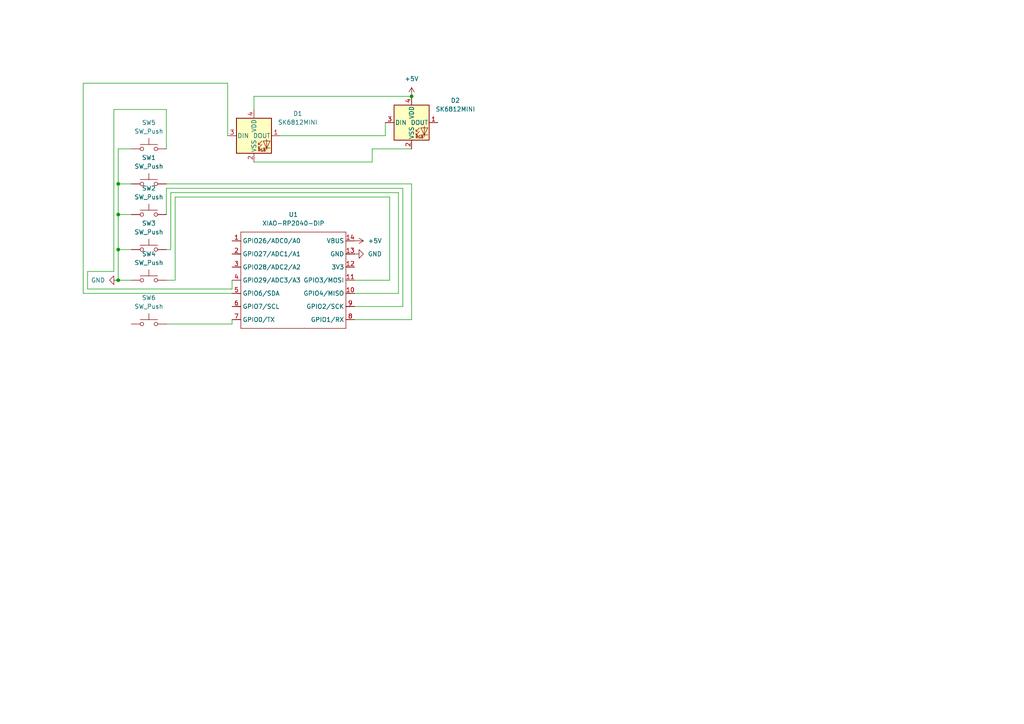
<source format=kicad_sch>
(kicad_sch (version 20250114) (generator "eeschema") (generator_version "9.0")
  (paper "A4")
  (lib_symbols
    (symbol "LED:SK6812MINI" (pin_names (offset 0.254))
      (property "Reference" "D" (at 5.08 5.715 0))
      (property "Value" "SK6812MINI" (at 1.27 -5.715 0))
      (symbol "SK6812MINI_0_0"
        (text "RGB" (at 2.286 -4.191 0) (effects (font (size 0.762 0.762))))
      )
      (symbol "SK6812MINI_0_1"
        (polyline (pts (xy 1.27 -2.54) (xy 1.778 -2.54)))
        (polyline (pts (xy 1.27 -3.556) (xy 1.778 -3.556)))
        (polyline (pts (xy 2.286 -1.524) (xy 1.27 -2.54) (xy 1.27 -2.032)))
        (polyline (pts (xy 2.286 -2.54) (xy 1.27 -3.556) (xy 1.27 -3.048)))
        (polyline (pts (xy 3.683 -1.016) (xy 3.683 -3.556) (xy 3.683 -4.064)))
        (polyline (pts (xy 4.699 -1.524) (xy 2.667 -1.524) (xy 3.683 -3.556) (xy 4.699 -1.524)))
        (polyline (pts (xy 4.699 -3.556) (xy 2.667 -3.556)))
        (rectangle (start 5.08 5.08) (end -5.08 -5.08) (stroke (width 0.254)) (fill (type background)))
      )
      (symbol "SK6812MINI_1_1"
        (pin input line (at -7.62 0 0) (length 2.54) (name "DIN") (number "3"))
        (pin power_in line (at 0 7.62 270) (length 2.54) (name "VDD") (number "4"))
        (pin power_in line (at 0 -7.62 90) (length 2.54) (name "VSS") (number "2"))
        (pin output line (at 7.62 0 180) (length 2.54) (name "DOUT") (number "1"))
      )
    )
    (symbol "Switch:SW_Push" (pin_numbers (hide yes)) (pin_names (offset 1.016) (hide yes))
      (property "Reference" "SW" (at 1.27 2.54 0))
      (property "Value" "SW_Push" (at 0 -1.524 0))
      (symbol "SW_Push_0_1"
        (circle (center -2.032 0) (radius 0.508))
        (polyline (pts (xy 0 1.27) (xy 0 3.048)))
        (circle (center 2.032 0) (radius 0.508))
        (polyline (pts (xy 2.54 1.27) (xy -2.54 1.27)))
        (pin passive line (at -5.08 0 0) (length 2.54) (name "1") (number "1"))
        (pin passive line (at 5.08 0 180) (length 2.54) (name "2") (number "2"))
      )
    )
    (symbol "first time:XIAO-RP2040-DIP"
      (property "Reference" "U" (at 0 0 0))
      (property "Value" "XIAO-RP2040-DIP" (at 5.334 -1.778 0))
      (symbol "XIAO-RP2040-DIP_1_0"
        (polyline (pts (xy -1.27 -2.54) (xy 29.21 -2.54)) (stroke (width 0.1524)))
        (polyline (pts (xy -1.27 -5.08) (xy -2.54 -5.08)) (stroke (width 0.1524)))
        (polyline (pts (xy -1.27 -5.08) (xy -1.27 -2.54)) (stroke (width 0.1524)))
        (polyline (pts (xy -1.27 -8.89) (xy -2.54 -8.89)) (stroke (width 0.1524)))
        (polyline (pts (xy -1.27 -8.89) (xy -1.27 -5.08)) (stroke (width 0.1524)))
        (polyline (pts (xy -1.27 -12.7) (xy -2.54 -12.7)) (stroke (width 0.1524)))
        (polyline (pts (xy -1.27 -12.7) (xy -1.27 -8.89)) (stroke (width 0.1524)))
        (polyline (pts (xy -1.27 -16.51) (xy -2.54 -16.51)) (stroke (width 0.1524)))
        (polyline (pts (xy -1.27 -16.51) (xy -1.27 -12.7)) (stroke (width 0.1524)))
        (polyline (pts (xy -1.27 -20.32) (xy -2.54 -20.32)) (stroke (width 0.1524)))
        (polyline (pts (xy -1.27 -24.13) (xy -2.54 -24.13)) (stroke (width 0.1524)))
        (polyline (pts (xy -1.27 -27.94) (xy -2.54 -27.94)) (stroke (width 0.1524)))
        (polyline (pts (xy -1.27 -30.48) (xy -1.27 -16.51)) (stroke (width 0.1524)))
        (polyline (pts (xy 29.21 -2.54) (xy 29.21 -5.08)) (stroke (width 0.1524)))
        (polyline (pts (xy 29.21 -5.08) (xy 29.21 -8.89)) (stroke (width 0.1524)))
        (polyline (pts (xy 29.21 -8.89) (xy 29.21 -12.7)) (stroke (width 0.1524)))
        (polyline (pts (xy 29.21 -12.7) (xy 29.21 -30.48)) (stroke (width 0.1524)))
        (polyline (pts (xy 29.21 -30.48) (xy -1.27 -30.48)) (stroke (width 0.1524)))
        (polyline (pts (xy 30.48 -5.08) (xy 29.21 -5.08)) (stroke (width 0.1524)))
        (polyline (pts (xy 30.48 -8.89) (xy 29.21 -8.89)) (stroke (width 0.1524)))
        (polyline (pts (xy 30.48 -12.7) (xy 29.21 -12.7)) (stroke (width 0.1524)))
        (polyline (pts (xy 30.48 -16.51) (xy 29.21 -16.51)) (stroke (width 0.1524)))
        (polyline (pts (xy 30.48 -20.32) (xy 29.21 -20.32)) (stroke (width 0.1524)))
        (polyline (pts (xy 30.48 -24.13) (xy 29.21 -24.13)) (stroke (width 0.1524)))
        (polyline (pts (xy 30.48 -27.94) (xy 29.21 -27.94)) (stroke (width 0.1524)))
        (pin passive line (at -3.81 -5.08 0) (length 2.54) (name "GPIO26/ADC0/A0") (number "1"))
        (pin passive line (at -3.81 -8.89 0) (length 2.54) (name "GPIO27/ADC1/A1") (number "2"))
        (pin passive line (at -3.81 -12.7 0) (length 2.54) (name "GPIO28/ADC2/A2") (number "3"))
        (pin passive line (at -3.81 -16.51 0) (length 2.54) (name "GPIO29/ADC3/A3") (number "4"))
        (pin passive line (at -3.81 -20.32 0) (length 2.54) (name "GPIO6/SDA") (number "5"))
        (pin passive line (at -3.81 -24.13 0) (length 2.54) (name "GPIO7/SCL") (number "6"))
        (pin passive line (at -3.81 -27.94 0) (length 2.54) (name "GPIO0/TX") (number "7"))
        (pin passive line (at 31.75 -5.08 180) (length 2.54) (name "VBUS") (number "14"))
        (pin passive line (at 31.75 -8.89 180) (length 2.54) (name "GND") (number "13"))
        (pin passive line (at 31.75 -12.7 180) (length 2.54) (name "3V3") (number "12"))
        (pin passive line (at 31.75 -16.51 180) (length 2.54) (name "GPIO3/MOSI") (number "11"))
        (pin passive line (at 31.75 -20.32 180) (length 2.54) (name "GPIO4/MISO") (number "10"))
        (pin passive line (at 31.75 -24.13 180) (length 2.54) (name "GPIO2/SCK") (number "9"))
        (pin passive line (at 31.75 -27.94 180) (length 2.54) (name "GPIO1/RX") (number "8"))
      )
    )
    (symbol "power:+5V" (power) (pin_numbers (hide yes)) (pin_names (offset 0) (hide yes))
      (property "Value" "+5V" (at 0 3.556 0))
      (symbol "+5V_0_1"
        (polyline (pts (xy -0.762 1.27) (xy 0 2.54)))
        (polyline (pts (xy 0 2.54) (xy 0.762 1.27)))
        (polyline (pts (xy 0 0) (xy 0 2.54)))
      )
      (symbol "+5V_1_1"
        (pin power_in line (at 0 0 90) (length 0) (name "~") (number "1"))
      )
    )
    (symbol "power:GND" (power) (pin_numbers (hide yes)) (pin_names (offset 0) (hide yes))
      (property "Value" "GND" (at 0 -3.81 0))
      (symbol "GND_0_1"
        (polyline (pts (xy 0 0) (xy 0 -1.27) (xy 1.27 -1.27) (xy 0 -2.54) (xy -1.27 -1.27) (xy 0 -1.27)))
      )
      (symbol "GND_1_1"
        (pin power_in line (at 0 0 270) (length 0) (name "~") (number "1"))
      )
    )
  )
  (junction (at 34.29 62.23))
  (junction (at 34.29 53.34))
  (junction (at 119.38 27.94))
  (junction (at 34.29 72.39))
  (junction (at 34.29 81.28))
  (wire (pts (xy 34.29 81.28) (xy 38.1 81.28)))
  (wire (pts (xy 48.26 43.18) (xy 48.26 31.75)))
  (wire (pts (xy 38.1 43.18) (xy 34.29 43.18)))
  (wire (pts (xy 34.29 72.39) (xy 38.1 72.39)))
  (wire (pts (xy 33.02 31.75) (xy 33.02 78.74)))
  (wire (pts (xy 25.4 83.82) (xy 67.31 83.82)))
  (wire (pts (xy 48.26 62.23) (xy 48.26 54.61)))
  (wire (pts (xy 102.87 85.09) (xy 115.57 85.09)))
  (wire (pts (xy 48.26 54.61) (xy 116.84 54.61)))
  (wire (pts (xy 107.95 43.18) (xy 119.38 43.18)))
  (wire (pts (xy 67.31 85.09) (xy 24.13 85.09)))
  (wire (pts (xy 107.95 46.99) (xy 107.95 43.18)))
  (wire (pts (xy 24.13 24.13) (xy 66.04 24.13)))
  (wire (pts (xy 50.8 57.15) (xy 113.03 57.15)))
  (wire (pts (xy 73.66 31.75) (xy 73.66 27.94)))
  (wire (pts (xy 119.38 92.71) (xy 102.87 92.71)))
  (wire (pts (xy 111.76 39.37) (xy 111.76 35.56)))
  (wire (pts (xy 102.87 81.28) (xy 113.03 81.28)))
  (wire (pts (xy 67.31 83.82) (xy 67.31 81.28)))
  (wire (pts (xy 102.87 88.9) (xy 116.84 88.9)))
  (wire (pts (xy 73.66 27.94) (xy 119.38 27.94)))
  (wire (pts (xy 25.4 78.74) (xy 25.4 83.82)))
  (wire (pts (xy 49.53 55.88) (xy 115.57 55.88)))
  (wire (pts (xy 66.04 24.13) (xy 66.04 39.37)))
  (wire (pts (xy 48.26 31.75) (xy 33.02 31.75)))
  (wire (pts (xy 49.53 72.39) (xy 49.53 55.88)))
  (wire (pts (xy 67.31 93.98) (xy 67.31 92.71)))
  (wire (pts (xy 34.29 43.18) (xy 34.29 53.34)))
  (wire (pts (xy 48.26 81.28) (xy 50.8 81.28)))
  (wire (pts (xy 113.03 57.15) (xy 113.03 81.28)))
  (wire (pts (xy 73.66 46.99) (xy 107.95 46.99)))
  (wire (pts (xy 81.28 39.37) (xy 111.76 39.37)))
  (wire (pts (xy 119.38 53.34) (xy 119.38 92.71)))
  (wire (pts (xy 24.13 85.09) (xy 24.13 24.13)))
  (wire (pts (xy 33.02 78.74) (xy 25.4 78.74)))
  (wire (pts (xy 34.29 62.23) (xy 38.1 62.23)))
  (wire (pts (xy 115.57 55.88) (xy 115.57 85.09)))
  (wire (pts (xy 38.1 53.34) (xy 34.29 53.34)))
  (wire (pts (xy 34.29 62.23) (xy 34.29 72.39)))
  (wire (pts (xy 116.84 54.61) (xy 116.84 88.9)))
  (wire (pts (xy 48.26 93.98) (xy 67.31 93.98)))
  (wire (pts (xy 34.29 72.39) (xy 34.29 81.28)))
  (wire (pts (xy 48.26 53.34) (xy 119.38 53.34)))
  (wire (pts (xy 34.29 53.34) (xy 34.29 62.23)))
  (wire (pts (xy 48.26 72.39) (xy 49.53 72.39)))
  (wire (pts (xy 50.8 81.28) (xy 50.8 57.15)))
  (symbol (lib_id "power:GND") (at 102.87 73.66 90) (unit 1)
    (property "Reference" "#PWR02" (effects (hide yes)))
    (property "Value" "GND" (at 106.68 73.6599 90) (effects (justify right)))
    (property "Description" "Power symbol creates a global label with name \"GND\" , ground" (effects (hide yes)))
  )
  (symbol (lib_id "power:GND") (at 34.29 81.28 270) (unit 1)
    (property "Reference" "#PWR01" (effects (hide yes)))
    (property "Value" "GND" (at 30.48 81.2799 90) (effects (justify right)))
    (property "Description" "Power symbol creates a global label with name \"GND\" , ground" (effects (hide yes)))
  )
  (symbol (lib_id "first time:XIAO-RP2040-DIP") (at 71.12 64.77 0) (unit 1)
    (property "Reference" "U1" (at 85.09 62.23 0))
    (property "Value" "XIAO-RP2040-DIP" (at 85.09 64.77 0))
    (property "Footprint" "first time:XIAO-RP2040-DIP" (effects (hide yes)))
  )
  (symbol (lib_id "Switch:SW_Push") (at 43.18 93.98 0) (unit 1)
    (property "Reference" "SW6" (at 43.18 86.36 0))
    (property "Value" "SW_Push" (at 43.18 88.9 0))
    (property "Footprint" "Button_Switch_Keyboard:SW_Cherry_MX_1.00u_PCB" (effects (hide yes)))
    (property "Description" "Push button switch, generic, two pins" (effects (hide yes)))
  )
  (symbol (lib_id "LED:SK6812MINI") (at 73.66 39.37 0) (unit 1)
    (property "Reference" "D1" (at 86.36 32.9498 0))
    (property "Value" "SK6812MINI" (at 86.36 35.4898 0))
    (property "Footprint" "LED_SMD:LED_SK6812MINI_PLCC4_3.5x3.5mm_P1.75mm" (effects (hide yes)))
    (property "Datasheet" "https://cdn-shop.adafruit.com/product-files/2686/SK6812MINI_REV.01-1-2.pdf" (effects (hide yes)))
    (property "Description" "RGB LED with integrated controller" (effects (hide yes)))
  )
  (symbol (lib_id "power:+5V") (at 102.87 69.85 270) (unit 1)
    (property "Reference" "#PWR03" (effects (hide yes)))
    (property "Value" "+5V" (at 106.68 69.8499 90) (effects (justify left)))
    (property "Description" "Power symbol creates a global label with name \"+5V\"" (effects (hide yes)))
  )
  (symbol (lib_id "LED:SK6812MINI") (at 119.38 35.56 0) (unit 1)
    (property "Reference" "D2" (at 132.08 29.1398 0))
    (property "Value" "SK6812MINI" (at 132.08 31.6798 0))
    (property "Footprint" "LED_SMD:LED_SK6812MINI_PLCC4_3.5x3.5mm_P1.75mm" (effects (hide yes)))
    (property "Datasheet" "https://cdn-shop.adafruit.com/product-files/2686/SK6812MINI_REV.01-1-2.pdf" (effects (hide yes)))
    (property "Description" "RGB LED with integrated controller" (effects (hide yes)))
  )
  (symbol (lib_id "power:+5V") (at 119.38 27.94 0) (unit 1)
    (property "Reference" "#PWR04" (effects (hide yes)))
    (property "Value" "+5V" (at 119.38 22.86 0))
    (property "Description" "Power symbol creates a global label with name \"+5V\"" (effects (hide yes)))
  )
  (symbol (lib_id "Switch:SW_Push") (at 43.18 81.28 0) (unit 1)
    (property "Reference" "SW4" (at 43.18 73.66 0))
    (property "Value" "SW_Push" (at 43.18 76.2 0))
    (property "Footprint" "Button_Switch_Keyboard:SW_Cherry_MX_1.00u_PCB" (effects (hide yes)))
    (property "Description" "Push button switch, generic, two pins" (effects (hide yes)))
  )
  (symbol (lib_id "Switch:SW_Push") (at 43.18 72.39 0) (unit 1)
    (property "Reference" "SW3" (at 43.18 64.77 0))
    (property "Value" "SW_Push" (at 43.18 67.31 0))
    (property "Footprint" "Button_Switch_Keyboard:SW_Cherry_MX_1.00u_PCB" (effects (hide yes)))
    (property "Description" "Push button switch, generic, two pins" (effects (hide yes)))
  )
  (symbol (lib_id "Switch:SW_Push") (at 43.18 53.34 0) (unit 1)
    (property "Reference" "SW1" (at 43.18 45.72 0))
    (property "Value" "SW_Push" (at 43.18 48.26 0))
    (property "Footprint" "Button_Switch_Keyboard:SW_Cherry_MX_1.00u_PCB" (effects (hide yes)))
    (property "Description" "Push button switch, generic, two pins" (effects (hide yes)))
  )
  (symbol (lib_id "Switch:SW_Push") (at 43.18 43.18 0) (unit 1)
    (property "Reference" "SW5" (at 43.18 35.56 0))
    (property "Value" "SW_Push" (at 43.18 38.1 0))
    (property "Footprint" "Button_Switch_Keyboard:SW_Cherry_MX_1.00u_PCB" (effects (hide yes)))
    (property "Description" "Push button switch, generic, two pins" (effects (hide yes)))
  )
  (symbol (lib_id "Switch:SW_Push") (at 43.18 62.23 0) (unit 1)
    (property "Reference" "SW2" (at 43.18 54.61 0))
    (property "Value" "SW_Push" (at 43.18 57.15 0))
    (property "Footprint" "Button_Switch_Keyboard:SW_Cherry_MX_1.00u_PCB" (effects (hide yes)))
    (property "Description" "Push button switch, generic, two pins" (effects (hide yes)))
  )
)
</source>
